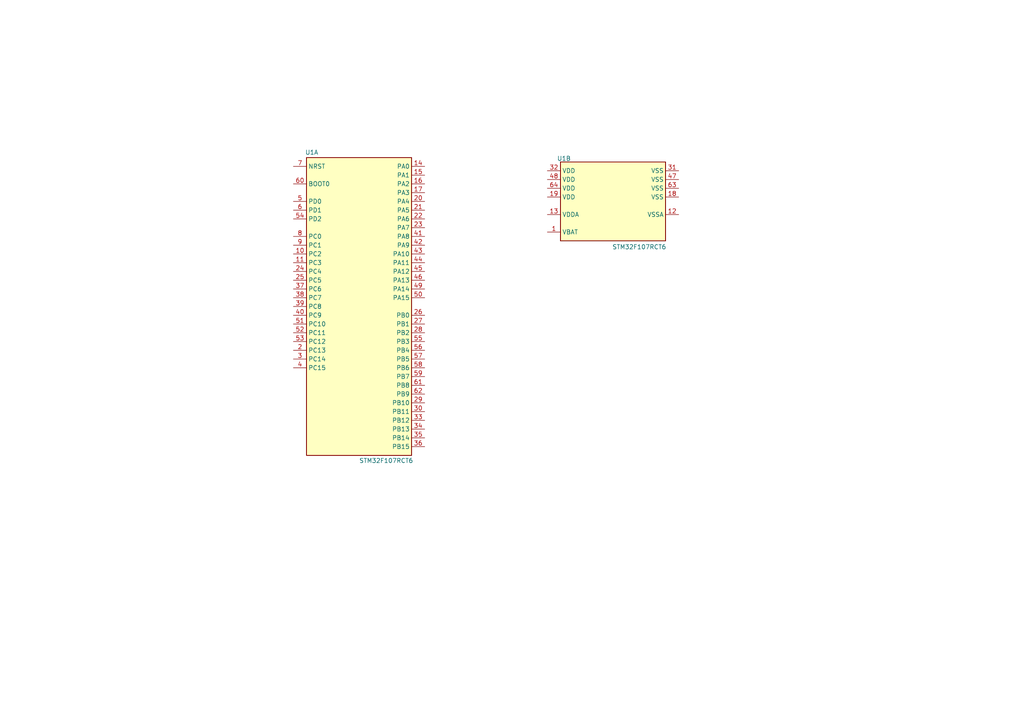
<source format=kicad_sch>
(kicad_sch (version 20231120) (generator "eeschema") (generator_version "8.0")
  (paper "A4")
  (title_block (title "MCU") (date "2024-11-03") (rev "Ver 2.0") (company "Ho Chi Minh City University of Technology - HCMUT") (comment 1 "Design: QUOC THANG - DONG KHOA") (comment 2 "PROJECT 2: PFC & LLC - 350W"))
  (lib_symbols
    (symbol "charge_battery_sym_lib:STM32F107RCT6"
      (property "Reference" "U" (at 1.27 87.63 0))
      (property "Value" "STM32F107RCT6" (at -0.508 -2.032 0))
      (symbol "STM32F107RCT6_1_1"
        (rectangle (start 0 86.36) (end 30.48 0) (stroke (width 0.254)) (fill (type background)))
        (pin bidirectional line (at -3.81 58.42 0) (length 3.81) (name "PC2") (number "10"))
        (pin bidirectional line (at -3.81 55.88 0) (length 3.81) (name "PC3") (number "11"))
        (pin bidirectional line (at 34.29 83.82 180) (length 3.81) (name "PA0") (number "14"))
        (pin bidirectional line (at 34.29 81.28 180) (length 3.81) (name "PA1") (number "15"))
        (pin bidirectional line (at 34.29 78.74 180) (length 3.81) (name "PA2") (number "16"))
        (pin bidirectional line (at 34.29 76.2 180) (length 3.81) (name "PA3") (number "17"))
        (pin bidirectional line (at -3.81 30.48 0) (length 3.81) (name "PC13") (number "2"))
        (pin bidirectional line (at 34.29 73.66 180) (length 3.81) (name "PA4") (number "20"))
        (pin bidirectional line (at 34.29 71.12 180) (length 3.81) (name "PA5") (number "21"))
        (pin bidirectional line (at 34.29 68.58 180) (length 3.81) (name "PA6") (number "22"))
        (pin bidirectional line (at 34.29 66.04 180) (length 3.81) (name "PA7") (number "23"))
        (pin bidirectional line (at -3.81 53.34 0) (length 3.81) (name "PC4") (number "24"))
        (pin bidirectional line (at -3.81 50.8 0) (length 3.81) (name "PC5") (number "25"))
        (pin bidirectional line (at 34.29 40.64 180) (length 3.81) (name "PB0") (number "26"))
        (pin bidirectional line (at 34.29 38.1 180) (length 3.81) (name "PB1") (number "27"))
        (pin bidirectional line (at 34.29 35.56 180) (length 3.81) (name "PB2") (number "28"))
        (pin bidirectional line (at 34.29 15.24 180) (length 3.81) (name "PB10") (number "29"))
        (pin bidirectional line (at -3.81 27.94 0) (length 3.81) (name "PC14") (number "3"))
        (pin bidirectional line (at 34.29 12.7 180) (length 3.81) (name "PB11") (number "30"))
        (pin bidirectional line (at 34.29 10.16 180) (length 3.81) (name "PB12") (number "33"))
        (pin bidirectional line (at 34.29 7.62 180) (length 3.81) (name "PB13") (number "34"))
        (pin bidirectional line (at 34.29 5.08 180) (length 3.81) (name "PB14") (number "35"))
        (pin bidirectional line (at 34.29 2.54 180) (length 3.81) (name "PB15") (number "36"))
        (pin bidirectional line (at -3.81 48.26 0) (length 3.81) (name "PC6") (number "37"))
        (pin bidirectional line (at -3.81 45.72 0) (length 3.81) (name "PC7") (number "38"))
        (pin bidirectional line (at -3.81 43.18 0) (length 3.81) (name "PC8") (number "39"))
        (pin bidirectional line (at -3.81 25.4 0) (length 3.81) (name "PC15") (number "4"))
        (pin bidirectional line (at -3.81 40.64 0) (length 3.81) (name "PC9") (number "40"))
        (pin bidirectional line (at 34.29 63.5 180) (length 3.81) (name "PA8") (number "41"))
        (pin bidirectional line (at 34.29 60.96 180) (length 3.81) (name "PA9") (number "42"))
        (pin bidirectional line (at 34.29 58.42 180) (length 3.81) (name "PA10") (number "43"))
        (pin bidirectional line (at 34.29 55.88 180) (length 3.81) (name "PA11") (number "44"))
        (pin bidirectional line (at 34.29 53.34 180) (length 3.81) (name "PA12") (number "45"))
        (pin bidirectional line (at 34.29 50.8 180) (length 3.81) (name "PA13") (number "46"))
        (pin bidirectional line (at 34.29 48.26 180) (length 3.81) (name "PA14") (number "49"))
        (pin bidirectional line (at -3.81 73.66 0) (length 3.81) (name "PD0") (number "5"))
        (pin bidirectional line (at 34.29 45.72 180) (length 3.81) (name "PA15") (number "50"))
        (pin bidirectional line (at -3.81 38.1 0) (length 3.81) (name "PC10") (number "51"))
        (pin bidirectional line (at -3.81 35.56 0) (length 3.81) (name "PC11") (number "52"))
        (pin bidirectional line (at -3.81 33.02 0) (length 3.81) (name "PC12") (number "53"))
        (pin bidirectional line (at -3.81 68.58 0) (length 3.81) (name "PD2") (number "54"))
        (pin bidirectional line (at 34.29 33.02 180) (length 3.81) (name "PB3") (number "55"))
        (pin bidirectional line (at 34.29 30.48 180) (length 3.81) (name "PB4") (number "56"))
        (pin bidirectional line (at 34.29 27.94 180) (length 3.81) (name "PB5") (number "57"))
        (pin bidirectional line (at 34.29 25.4 180) (length 3.81) (name "PB6") (number "58"))
        (pin bidirectional line (at 34.29 22.86 180) (length 3.81) (name "PB7") (number "59"))
        (pin bidirectional line (at -3.81 71.12 0) (length 3.81) (name "PD1") (number "6"))
        (pin input line (at -3.81 78.74 0) (length 3.81) (name "BOOT0") (number "60"))
        (pin bidirectional line (at 34.29 20.32 180) (length 3.81) (name "PB8") (number "61"))
        (pin bidirectional line (at 34.29 17.78 180) (length 3.81) (name "PB9") (number "62"))
        (pin input line (at -3.81 83.82 0) (length 3.81) (name "NRST") (number "7"))
        (pin bidirectional line (at -3.81 63.5 0) (length 3.81) (name "PC0") (number "8"))
        (pin bidirectional line (at -3.81 60.96 0) (length 3.81) (name "PC1") (number "9"))
      )
      (symbol "STM32F107RCT6_2_1"
        (rectangle (start 0 22.86) (end 30.48 0) (stroke (width 0.254)) (fill (type background)))
        (pin power_in line (at -3.81 2.54 0) (length 3.81) (name "VBAT") (number "1"))
        (pin power_in line (at 34.29 7.62 180) (length 3.81) (name "VSSA") (number "12"))
        (pin power_in line (at -3.81 7.62 0) (length 3.81) (name "VDDA") (number "13"))
        (pin power_in line (at 34.29 12.7 180) (length 3.81) (name "VSS") (number "18"))
        (pin power_in line (at -3.81 12.7 0) (length 3.81) (name "VDD") (number "19"))
        (pin passive line (at 34.29 20.32 180) (length 3.81) (name "VSS") (number "31"))
        (pin power_in line (at -3.81 20.32 0) (length 3.81) (name "VDD") (number "32"))
        (pin passive line (at 34.29 17.78 180) (length 3.81) (name "VSS") (number "47"))
        (pin power_in line (at -3.81 17.78 0) (length 3.81) (name "VDD") (number "48"))
        (pin passive line (at 34.29 15.24 180) (length 3.81) (name "VSS") (number "63"))
        (pin power_in line (at -3.81 15.24 0) (length 3.81) (name "VDD") (number "64"))
      )
    )
  )
  (symbol (lib_id "charge_battery_sym_lib:STM32F107RCT6") (at 88.9 132.08 0) (unit 1)
    (property "Reference" "U1" (at 90.424 44.196 0))
    (property "Value" "STM32F107RCT6" (at 112.014 133.604 0))
    (property "Footprint" "charge_battery_footprint_lib:STM32F107RCT6" (effects (hide yes)))
    (property "Datasheet" "https://www.mouser.vn/datasheet/2/389/stm32f105r8-1851144.pdf" (effects (hide yes)))
    (property "Description" "STMicroelectronics Arm Cortex-M3 MCU, 256KB flash, 64KB RAM, 72 MHz, 2.0-3.6V, 51 GPIO, LQFP64" (effects (hide yes)))
    (property "Supply name " "Thegioiic" (effects (hide yes)))
    (property "Supply part number" "STM32F107RCT6 64-LQFP, 32-Bit ARM Cortex M3 Microcontroller, 72MHz, 256KB FLASH, 64-LQFP" (effects (hide yes)))
    (property "Supply URL" "https://www.thegioiic.com/stm32f107rct6-64-lqfp-32-bit-arm-cortex-m3-microcontroller-72mhz-256kb-flash-64-lqfp" (effects (hide yes)))
  )
  (symbol (lib_id "charge_battery_sym_lib:STM32F107RCT6") (at 162.56 69.85 0) (unit 2)
    (property "Reference" "U1" (at 163.576 45.974 0))
    (property "Value" "STM32F107RCT6" (at 185.42 71.628 0))
    (property "Footprint" "charge_battery_footprint_lib:STM32F107RCT6" (effects (hide yes)))
    (property "Datasheet" "https://www.mouser.vn/datasheet/2/389/stm32f105r8-1851144.pdf" (effects (hide yes)))
    (property "Description" "STMicroelectronics Arm Cortex-M3 MCU, 256KB flash, 64KB RAM, 72 MHz, 2.0-3.6V, 51 GPIO, LQFP64" (effects (hide yes)))
    (property "Supply name " "Thegioiic" (effects (hide yes)))
    (property "Supply part number" "STM32F107RCT6 64-LQFP, 32-Bit ARM Cortex M3 Microcontroller, 72MHz, 256KB FLASH, 64-LQFP" (effects (hide yes)))
    (property "Supply URL" "https://www.thegioiic.com/stm32f107rct6-64-lqfp-32-bit-arm-cortex-m3-microcontroller-72mhz-256kb-flash-64-lqfp" (effects (hide yes)))
  )
)
</source>
